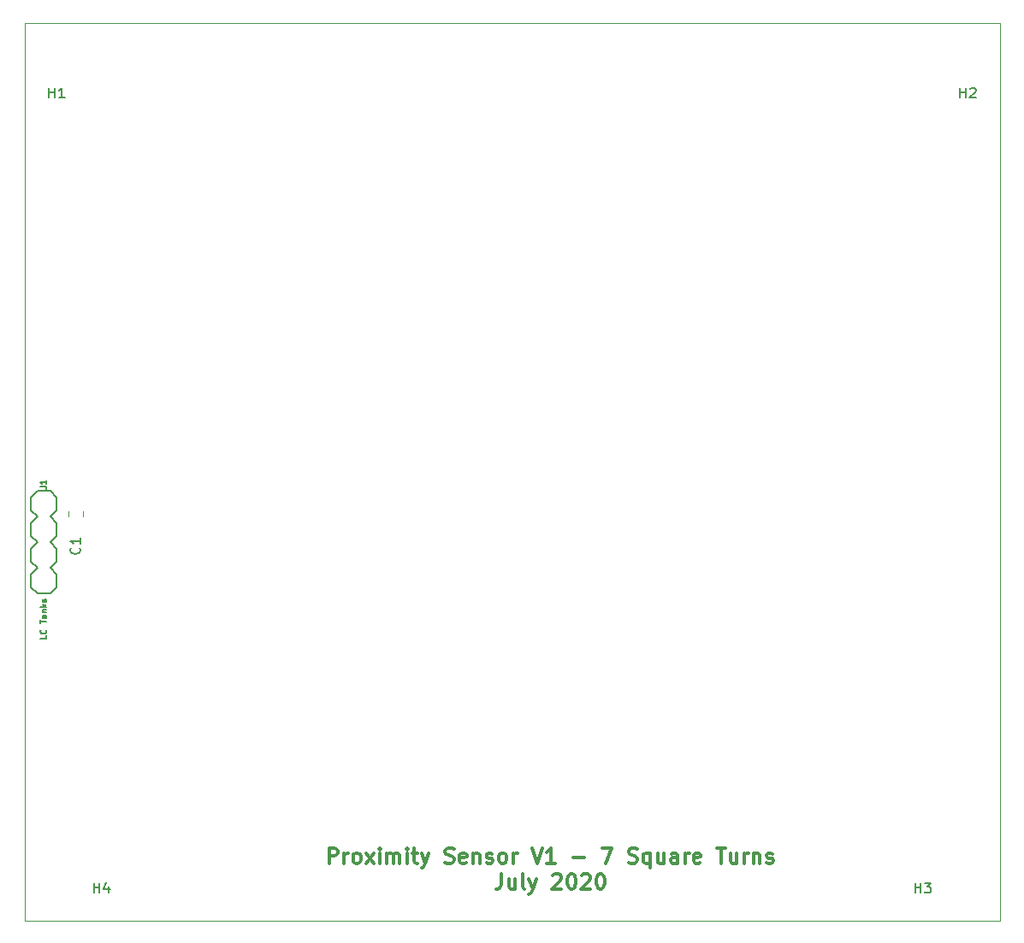
<source format=gbr>
G04 #@! TF.GenerationSoftware,KiCad,Pcbnew,(5.0.2)-1*
G04 #@! TF.CreationDate,2020-07-15T14:53:40-05:00*
G04 #@! TF.ProjectId,ProximityTankOne_Square7Turns,50726f78-696d-4697-9479-54616e6b4f6e,V1*
G04 #@! TF.SameCoordinates,Original*
G04 #@! TF.FileFunction,Legend,Top*
G04 #@! TF.FilePolarity,Positive*
%FSLAX46Y46*%
G04 Gerber Fmt 4.6, Leading zero omitted, Abs format (unit mm)*
G04 Created by KiCad (PCBNEW (5.0.2)-1) date 7/15/2020 2:53:40 PM*
%MOMM*%
%LPD*%
G01*
G04 APERTURE LIST*
%ADD10C,0.300000*%
%ADD11C,0.025400*%
%ADD12C,0.120000*%
%ADD13C,0.203200*%
%ADD14C,0.150000*%
%ADD15C,0.127000*%
G04 APERTURE END LIST*
D10*
X55541428Y-108623571D02*
X55541428Y-107123571D01*
X56112857Y-107123571D01*
X56255714Y-107195000D01*
X56327142Y-107266428D01*
X56398571Y-107409285D01*
X56398571Y-107623571D01*
X56327142Y-107766428D01*
X56255714Y-107837857D01*
X56112857Y-107909285D01*
X55541428Y-107909285D01*
X57041428Y-108623571D02*
X57041428Y-107623571D01*
X57041428Y-107909285D02*
X57112857Y-107766428D01*
X57184285Y-107695000D01*
X57327142Y-107623571D01*
X57469999Y-107623571D01*
X58184285Y-108623571D02*
X58041428Y-108552142D01*
X57969999Y-108480714D01*
X57898571Y-108337857D01*
X57898571Y-107909285D01*
X57969999Y-107766428D01*
X58041428Y-107695000D01*
X58184285Y-107623571D01*
X58398571Y-107623571D01*
X58541428Y-107695000D01*
X58612857Y-107766428D01*
X58684285Y-107909285D01*
X58684285Y-108337857D01*
X58612857Y-108480714D01*
X58541428Y-108552142D01*
X58398571Y-108623571D01*
X58184285Y-108623571D01*
X59184285Y-108623571D02*
X59969999Y-107623571D01*
X59184285Y-107623571D02*
X59969999Y-108623571D01*
X60541428Y-108623571D02*
X60541428Y-107623571D01*
X60541428Y-107123571D02*
X60469999Y-107195000D01*
X60541428Y-107266428D01*
X60612857Y-107195000D01*
X60541428Y-107123571D01*
X60541428Y-107266428D01*
X61255714Y-108623571D02*
X61255714Y-107623571D01*
X61255714Y-107766428D02*
X61327142Y-107695000D01*
X61469999Y-107623571D01*
X61684285Y-107623571D01*
X61827142Y-107695000D01*
X61898571Y-107837857D01*
X61898571Y-108623571D01*
X61898571Y-107837857D02*
X61969999Y-107695000D01*
X62112857Y-107623571D01*
X62327142Y-107623571D01*
X62469999Y-107695000D01*
X62541428Y-107837857D01*
X62541428Y-108623571D01*
X63255714Y-108623571D02*
X63255714Y-107623571D01*
X63255714Y-107123571D02*
X63184285Y-107195000D01*
X63255714Y-107266428D01*
X63327142Y-107195000D01*
X63255714Y-107123571D01*
X63255714Y-107266428D01*
X63755714Y-107623571D02*
X64327142Y-107623571D01*
X63969999Y-107123571D02*
X63969999Y-108409285D01*
X64041428Y-108552142D01*
X64184285Y-108623571D01*
X64327142Y-108623571D01*
X64684285Y-107623571D02*
X65041428Y-108623571D01*
X65398571Y-107623571D02*
X65041428Y-108623571D01*
X64898571Y-108980714D01*
X64827142Y-109052142D01*
X64684285Y-109123571D01*
X67041428Y-108552142D02*
X67255714Y-108623571D01*
X67612857Y-108623571D01*
X67755714Y-108552142D01*
X67827142Y-108480714D01*
X67898571Y-108337857D01*
X67898571Y-108195000D01*
X67827142Y-108052142D01*
X67755714Y-107980714D01*
X67612857Y-107909285D01*
X67327142Y-107837857D01*
X67184285Y-107766428D01*
X67112857Y-107695000D01*
X67041428Y-107552142D01*
X67041428Y-107409285D01*
X67112857Y-107266428D01*
X67184285Y-107195000D01*
X67327142Y-107123571D01*
X67684285Y-107123571D01*
X67898571Y-107195000D01*
X69112857Y-108552142D02*
X68969999Y-108623571D01*
X68684285Y-108623571D01*
X68541428Y-108552142D01*
X68469999Y-108409285D01*
X68469999Y-107837857D01*
X68541428Y-107695000D01*
X68684285Y-107623571D01*
X68969999Y-107623571D01*
X69112857Y-107695000D01*
X69184285Y-107837857D01*
X69184285Y-107980714D01*
X68469999Y-108123571D01*
X69827142Y-107623571D02*
X69827142Y-108623571D01*
X69827142Y-107766428D02*
X69898571Y-107695000D01*
X70041428Y-107623571D01*
X70255714Y-107623571D01*
X70398571Y-107695000D01*
X70469999Y-107837857D01*
X70469999Y-108623571D01*
X71112857Y-108552142D02*
X71255714Y-108623571D01*
X71541428Y-108623571D01*
X71684285Y-108552142D01*
X71755714Y-108409285D01*
X71755714Y-108337857D01*
X71684285Y-108195000D01*
X71541428Y-108123571D01*
X71327142Y-108123571D01*
X71184285Y-108052142D01*
X71112857Y-107909285D01*
X71112857Y-107837857D01*
X71184285Y-107695000D01*
X71327142Y-107623571D01*
X71541428Y-107623571D01*
X71684285Y-107695000D01*
X72612857Y-108623571D02*
X72469999Y-108552142D01*
X72398571Y-108480714D01*
X72327142Y-108337857D01*
X72327142Y-107909285D01*
X72398571Y-107766428D01*
X72469999Y-107695000D01*
X72612857Y-107623571D01*
X72827142Y-107623571D01*
X72969999Y-107695000D01*
X73041428Y-107766428D01*
X73112857Y-107909285D01*
X73112857Y-108337857D01*
X73041428Y-108480714D01*
X72969999Y-108552142D01*
X72827142Y-108623571D01*
X72612857Y-108623571D01*
X73755714Y-108623571D02*
X73755714Y-107623571D01*
X73755714Y-107909285D02*
X73827142Y-107766428D01*
X73898571Y-107695000D01*
X74041428Y-107623571D01*
X74184285Y-107623571D01*
X75612857Y-107123571D02*
X76112857Y-108623571D01*
X76612857Y-107123571D01*
X77898571Y-108623571D02*
X77041428Y-108623571D01*
X77469999Y-108623571D02*
X77469999Y-107123571D01*
X77327142Y-107337857D01*
X77184285Y-107480714D01*
X77041428Y-107552142D01*
X79684285Y-108052142D02*
X80827142Y-108052142D01*
X82541428Y-107123571D02*
X83541428Y-107123571D01*
X82898571Y-108623571D01*
X85184285Y-108552142D02*
X85398571Y-108623571D01*
X85755714Y-108623571D01*
X85898571Y-108552142D01*
X85969999Y-108480714D01*
X86041428Y-108337857D01*
X86041428Y-108195000D01*
X85969999Y-108052142D01*
X85898571Y-107980714D01*
X85755714Y-107909285D01*
X85469999Y-107837857D01*
X85327142Y-107766428D01*
X85255714Y-107695000D01*
X85184285Y-107552142D01*
X85184285Y-107409285D01*
X85255714Y-107266428D01*
X85327142Y-107195000D01*
X85469999Y-107123571D01*
X85827142Y-107123571D01*
X86041428Y-107195000D01*
X87327142Y-107623571D02*
X87327142Y-109123571D01*
X87327142Y-108552142D02*
X87184285Y-108623571D01*
X86898571Y-108623571D01*
X86755714Y-108552142D01*
X86684285Y-108480714D01*
X86612857Y-108337857D01*
X86612857Y-107909285D01*
X86684285Y-107766428D01*
X86755714Y-107695000D01*
X86898571Y-107623571D01*
X87184285Y-107623571D01*
X87327142Y-107695000D01*
X88684285Y-107623571D02*
X88684285Y-108623571D01*
X88041428Y-107623571D02*
X88041428Y-108409285D01*
X88112857Y-108552142D01*
X88255714Y-108623571D01*
X88469999Y-108623571D01*
X88612857Y-108552142D01*
X88684285Y-108480714D01*
X90041428Y-108623571D02*
X90041428Y-107837857D01*
X89969999Y-107695000D01*
X89827142Y-107623571D01*
X89541428Y-107623571D01*
X89398571Y-107695000D01*
X90041428Y-108552142D02*
X89898571Y-108623571D01*
X89541428Y-108623571D01*
X89398571Y-108552142D01*
X89327142Y-108409285D01*
X89327142Y-108266428D01*
X89398571Y-108123571D01*
X89541428Y-108052142D01*
X89898571Y-108052142D01*
X90041428Y-107980714D01*
X90755714Y-108623571D02*
X90755714Y-107623571D01*
X90755714Y-107909285D02*
X90827142Y-107766428D01*
X90898571Y-107695000D01*
X91041428Y-107623571D01*
X91184285Y-107623571D01*
X92255714Y-108552142D02*
X92112857Y-108623571D01*
X91827142Y-108623571D01*
X91684285Y-108552142D01*
X91612857Y-108409285D01*
X91612857Y-107837857D01*
X91684285Y-107695000D01*
X91827142Y-107623571D01*
X92112857Y-107623571D01*
X92255714Y-107695000D01*
X92327142Y-107837857D01*
X92327142Y-107980714D01*
X91612857Y-108123571D01*
X93898571Y-107123571D02*
X94755714Y-107123571D01*
X94327142Y-108623571D02*
X94327142Y-107123571D01*
X95898571Y-107623571D02*
X95898571Y-108623571D01*
X95255714Y-107623571D02*
X95255714Y-108409285D01*
X95327142Y-108552142D01*
X95469999Y-108623571D01*
X95684285Y-108623571D01*
X95827142Y-108552142D01*
X95898571Y-108480714D01*
X96612857Y-108623571D02*
X96612857Y-107623571D01*
X96612857Y-107909285D02*
X96684285Y-107766428D01*
X96755714Y-107695000D01*
X96898571Y-107623571D01*
X97041428Y-107623571D01*
X97541428Y-107623571D02*
X97541428Y-108623571D01*
X97541428Y-107766428D02*
X97612857Y-107695000D01*
X97755714Y-107623571D01*
X97969999Y-107623571D01*
X98112857Y-107695000D01*
X98184285Y-107837857D01*
X98184285Y-108623571D01*
X98827142Y-108552142D02*
X98969999Y-108623571D01*
X99255714Y-108623571D01*
X99398571Y-108552142D01*
X99469999Y-108409285D01*
X99469999Y-108337857D01*
X99398571Y-108195000D01*
X99255714Y-108123571D01*
X99041428Y-108123571D01*
X98898571Y-108052142D01*
X98827142Y-107909285D01*
X98827142Y-107837857D01*
X98898571Y-107695000D01*
X99041428Y-107623571D01*
X99255714Y-107623571D01*
X99398571Y-107695000D01*
X72612857Y-109673571D02*
X72612857Y-110745000D01*
X72541428Y-110959285D01*
X72398571Y-111102142D01*
X72184285Y-111173571D01*
X72041428Y-111173571D01*
X73970000Y-110173571D02*
X73970000Y-111173571D01*
X73327142Y-110173571D02*
X73327142Y-110959285D01*
X73398571Y-111102142D01*
X73541428Y-111173571D01*
X73755714Y-111173571D01*
X73898571Y-111102142D01*
X73970000Y-111030714D01*
X74898571Y-111173571D02*
X74755714Y-111102142D01*
X74684285Y-110959285D01*
X74684285Y-109673571D01*
X75327142Y-110173571D02*
X75684285Y-111173571D01*
X76041428Y-110173571D02*
X75684285Y-111173571D01*
X75541428Y-111530714D01*
X75470000Y-111602142D01*
X75327142Y-111673571D01*
X77684285Y-109816428D02*
X77755714Y-109745000D01*
X77898571Y-109673571D01*
X78255714Y-109673571D01*
X78398571Y-109745000D01*
X78470000Y-109816428D01*
X78541428Y-109959285D01*
X78541428Y-110102142D01*
X78470000Y-110316428D01*
X77612857Y-111173571D01*
X78541428Y-111173571D01*
X79470000Y-109673571D02*
X79612857Y-109673571D01*
X79755714Y-109745000D01*
X79827142Y-109816428D01*
X79898571Y-109959285D01*
X79970000Y-110245000D01*
X79970000Y-110602142D01*
X79898571Y-110887857D01*
X79827142Y-111030714D01*
X79755714Y-111102142D01*
X79612857Y-111173571D01*
X79470000Y-111173571D01*
X79327142Y-111102142D01*
X79255714Y-111030714D01*
X79184285Y-110887857D01*
X79112857Y-110602142D01*
X79112857Y-110245000D01*
X79184285Y-109959285D01*
X79255714Y-109816428D01*
X79327142Y-109745000D01*
X79470000Y-109673571D01*
X80541428Y-109816428D02*
X80612857Y-109745000D01*
X80755714Y-109673571D01*
X81112857Y-109673571D01*
X81255714Y-109745000D01*
X81327142Y-109816428D01*
X81398571Y-109959285D01*
X81398571Y-110102142D01*
X81327142Y-110316428D01*
X80470000Y-111173571D01*
X81398571Y-111173571D01*
X82327142Y-109673571D02*
X82470000Y-109673571D01*
X82612857Y-109745000D01*
X82684285Y-109816428D01*
X82755714Y-109959285D01*
X82827142Y-110245000D01*
X82827142Y-110602142D01*
X82755714Y-110887857D01*
X82684285Y-111030714D01*
X82612857Y-111102142D01*
X82470000Y-111173571D01*
X82327142Y-111173571D01*
X82184285Y-111102142D01*
X82112857Y-111030714D01*
X82041428Y-110887857D01*
X81970000Y-110602142D01*
X81970000Y-110245000D01*
X82041428Y-109959285D01*
X82112857Y-109816428D01*
X82184285Y-109745000D01*
X82327142Y-109673571D01*
D11*
X25400000Y-114300000D02*
X25400000Y-25400000D01*
X121920000Y-114300000D02*
X25400000Y-114300000D01*
X121920000Y-25400000D02*
X121920000Y-114300000D01*
X25400000Y-25400000D02*
X121920000Y-25400000D01*
D12*
G04 #@! TO.C,C1*
X29770000Y-74311252D02*
X29770000Y-73788748D01*
X31190000Y-74311252D02*
X31190000Y-73788748D01*
D13*
G04 #@! TO.C,J1*
X28575000Y-80010000D02*
X28575000Y-81280000D01*
X28575000Y-81280000D02*
X27940000Y-81915000D01*
X26670000Y-81915000D02*
X26035000Y-81280000D01*
X27940000Y-76835000D02*
X28575000Y-77470000D01*
X28575000Y-77470000D02*
X28575000Y-78740000D01*
X28575000Y-78740000D02*
X27940000Y-79375000D01*
X26670000Y-79375000D02*
X26035000Y-78740000D01*
X26035000Y-78740000D02*
X26035000Y-77470000D01*
X26035000Y-77470000D02*
X26670000Y-76835000D01*
X28575000Y-80010000D02*
X27940000Y-79375000D01*
X26670000Y-79375000D02*
X26035000Y-80010000D01*
X26035000Y-81280000D02*
X26035000Y-80010000D01*
X28575000Y-72390000D02*
X28575000Y-73660000D01*
X28575000Y-73660000D02*
X27940000Y-74295000D01*
X26670000Y-74295000D02*
X26035000Y-73660000D01*
X27940000Y-74295000D02*
X28575000Y-74930000D01*
X28575000Y-74930000D02*
X28575000Y-76200000D01*
X28575000Y-76200000D02*
X27940000Y-76835000D01*
X26670000Y-76835000D02*
X26035000Y-76200000D01*
X26035000Y-76200000D02*
X26035000Y-74930000D01*
X26035000Y-74930000D02*
X26670000Y-74295000D01*
X27940000Y-71755000D02*
X26670000Y-71755000D01*
X28575000Y-72390000D02*
X27940000Y-71755000D01*
X26670000Y-71755000D02*
X26035000Y-72390000D01*
X26035000Y-73660000D02*
X26035000Y-72390000D01*
X27940000Y-81915000D02*
X26670000Y-81915000D01*
G04 #@! TO.C,C1*
D14*
X30837142Y-77391666D02*
X30884761Y-77439285D01*
X30932380Y-77582142D01*
X30932380Y-77677380D01*
X30884761Y-77820238D01*
X30789523Y-77915476D01*
X30694285Y-77963095D01*
X30503809Y-78010714D01*
X30360952Y-78010714D01*
X30170476Y-77963095D01*
X30075238Y-77915476D01*
X29980000Y-77820238D01*
X29932380Y-77677380D01*
X29932380Y-77582142D01*
X29980000Y-77439285D01*
X30027619Y-77391666D01*
X30932380Y-76439285D02*
X30932380Y-77010714D01*
X30932380Y-76725000D02*
X29932380Y-76725000D01*
X30075238Y-76820238D01*
X30170476Y-76915476D01*
X30218095Y-77010714D01*
G04 #@! TO.C,H1*
X27813095Y-32837380D02*
X27813095Y-31837380D01*
X27813095Y-32313571D02*
X28384523Y-32313571D01*
X28384523Y-32837380D02*
X28384523Y-31837380D01*
X29384523Y-32837380D02*
X28813095Y-32837380D01*
X29098809Y-32837380D02*
X29098809Y-31837380D01*
X29003571Y-31980238D01*
X28908333Y-32075476D01*
X28813095Y-32123095D01*
G04 #@! TO.C,H2*
X117983095Y-32837380D02*
X117983095Y-31837380D01*
X117983095Y-32313571D02*
X118554523Y-32313571D01*
X118554523Y-32837380D02*
X118554523Y-31837380D01*
X118983095Y-31932619D02*
X119030714Y-31885000D01*
X119125952Y-31837380D01*
X119364047Y-31837380D01*
X119459285Y-31885000D01*
X119506904Y-31932619D01*
X119554523Y-32027857D01*
X119554523Y-32123095D01*
X119506904Y-32265952D01*
X118935476Y-32837380D01*
X119554523Y-32837380D01*
G04 #@! TO.C,H3*
X113538095Y-111577380D02*
X113538095Y-110577380D01*
X113538095Y-111053571D02*
X114109523Y-111053571D01*
X114109523Y-111577380D02*
X114109523Y-110577380D01*
X114490476Y-110577380D02*
X115109523Y-110577380D01*
X114776190Y-110958333D01*
X114919047Y-110958333D01*
X115014285Y-111005952D01*
X115061904Y-111053571D01*
X115109523Y-111148809D01*
X115109523Y-111386904D01*
X115061904Y-111482142D01*
X115014285Y-111529761D01*
X114919047Y-111577380D01*
X114633333Y-111577380D01*
X114538095Y-111529761D01*
X114490476Y-111482142D01*
G04 #@! TO.C,H4*
X32258095Y-111577380D02*
X32258095Y-110577380D01*
X32258095Y-111053571D02*
X32829523Y-111053571D01*
X32829523Y-111577380D02*
X32829523Y-110577380D01*
X33734285Y-110910714D02*
X33734285Y-111577380D01*
X33496190Y-110529761D02*
X33258095Y-111244047D01*
X33877142Y-111244047D01*
G04 #@! TO.C,J1*
D15*
X26971171Y-71323200D02*
X27406600Y-71323200D01*
X27493685Y-71352228D01*
X27551742Y-71410285D01*
X27580771Y-71497371D01*
X27580771Y-71555428D01*
X27580771Y-70713600D02*
X27580771Y-71061942D01*
X27580771Y-70887771D02*
X26971171Y-70887771D01*
X27058257Y-70945828D01*
X27116314Y-71003885D01*
X27145342Y-71061942D01*
X27580771Y-86080600D02*
X27580771Y-86370885D01*
X26971171Y-86370885D01*
X27522714Y-85529057D02*
X27551742Y-85558085D01*
X27580771Y-85645171D01*
X27580771Y-85703228D01*
X27551742Y-85790314D01*
X27493685Y-85848371D01*
X27435628Y-85877400D01*
X27319514Y-85906428D01*
X27232428Y-85906428D01*
X27116314Y-85877400D01*
X27058257Y-85848371D01*
X27000200Y-85790314D01*
X26971171Y-85703228D01*
X26971171Y-85645171D01*
X27000200Y-85558085D01*
X27029228Y-85529057D01*
X26971171Y-84890428D02*
X26971171Y-84542085D01*
X27580771Y-84716257D02*
X26971171Y-84716257D01*
X27580771Y-84077628D02*
X27261457Y-84077628D01*
X27203400Y-84106657D01*
X27174371Y-84164714D01*
X27174371Y-84280828D01*
X27203400Y-84338885D01*
X27551742Y-84077628D02*
X27580771Y-84135685D01*
X27580771Y-84280828D01*
X27551742Y-84338885D01*
X27493685Y-84367914D01*
X27435628Y-84367914D01*
X27377571Y-84338885D01*
X27348542Y-84280828D01*
X27348542Y-84135685D01*
X27319514Y-84077628D01*
X27174371Y-83787342D02*
X27580771Y-83787342D01*
X27232428Y-83787342D02*
X27203400Y-83758314D01*
X27174371Y-83700257D01*
X27174371Y-83613171D01*
X27203400Y-83555114D01*
X27261457Y-83526085D01*
X27580771Y-83526085D01*
X27580771Y-83235800D02*
X26971171Y-83235800D01*
X27348542Y-83177742D02*
X27580771Y-83003571D01*
X27174371Y-83003571D02*
X27406600Y-83235800D01*
X27551742Y-82771342D02*
X27580771Y-82713285D01*
X27580771Y-82597171D01*
X27551742Y-82539114D01*
X27493685Y-82510085D01*
X27464657Y-82510085D01*
X27406600Y-82539114D01*
X27377571Y-82597171D01*
X27377571Y-82684257D01*
X27348542Y-82742314D01*
X27290485Y-82771342D01*
X27261457Y-82771342D01*
X27203400Y-82742314D01*
X27174371Y-82684257D01*
X27174371Y-82597171D01*
X27203400Y-82539114D01*
G04 #@! TD*
M02*

</source>
